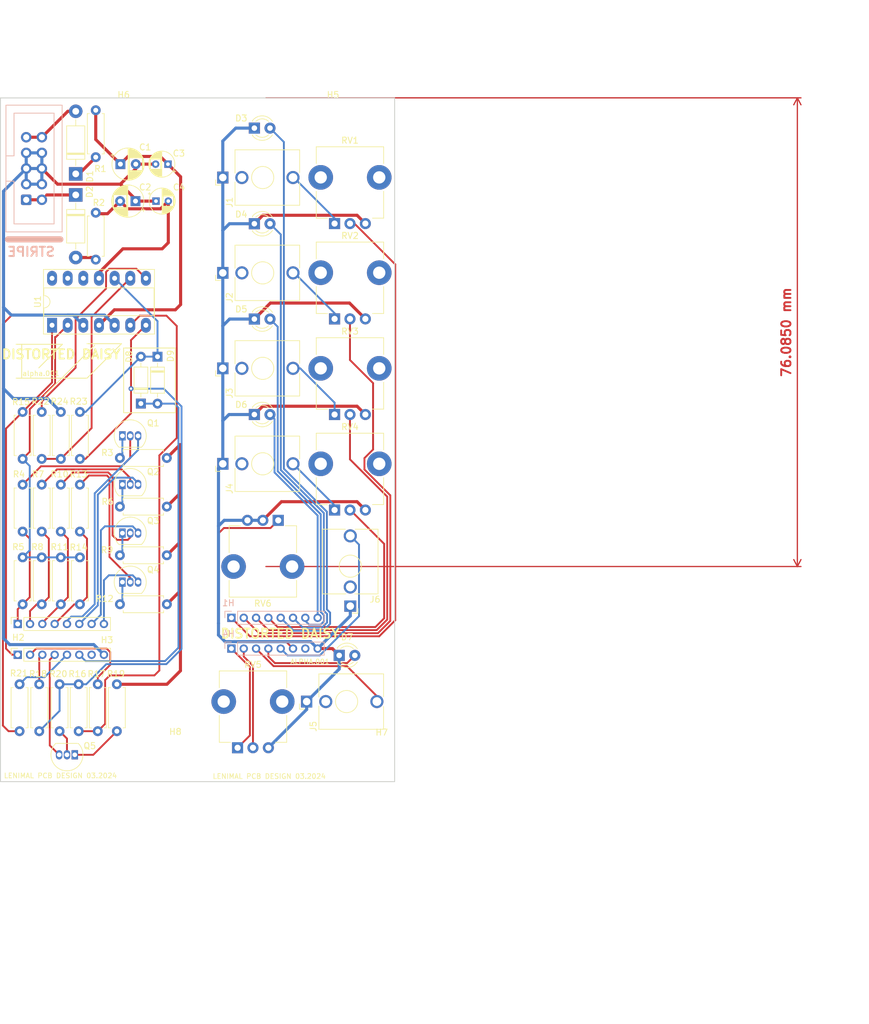
<source format=kicad_pcb>
(kicad_pcb (version 20221018) (generator pcbnew)
  (layers (0 "F.Cu" signal) (31 "B.Cu" signal) (34 "B.Paste" user) (35 "F.Paste" user) (36 "B.SilkS" user "B.Silkscreen") (37 "F.SilkS" user "F.Silkscreen") (38 "B.Mask" user) (39 "F.Mask" user) (44 "Edge.Cuts" user))
  (net 0 "")
  (net 1 "+12V")
  (net 2 "GNDREF")
  (net 3 "-12V")
  (net 4 "Net-(D3-A)")
  (net 5 "Net-(D4-A)")
  (net 6 "Net-(D5-A)")
  (net 7 "Net-(D6-A)")
  (net 8 "Net-(D7-A)")
  (net 9 "Net-(J1-PadT)")
  (net 11 "Net-(J2-PadT)")
  (net 12 "Net-(J3-PadT)")
  (net 13 "Net-(J4-PadT)")
  (net 16 "Net-(Q1-C)")
  (net 17 "Net-(Q1-B)")
  (net 18 "Net-(Q2-C)")
  (net 19 "Net-(Q2-B)")
  (net 20 "Net-(Q3-C)")
  (net 21 "Net-(Q3-B)")
  (net 22 "Net-(Q4-C)")
  (net 23 "Net-(Q4-B)")
  (net 24 "Net-(Q5-C)")
  (net 25 "Net-(Q5-B)")
  (net 26 "Net-(U1A--)")
  (net 27 "Net-(U1B--)")
  (net 29 "Net-(R16-Pad2)")
  (net 31 "Net-(H1-Pad1)")
  (net 32 "Net-(H1-Pad2)")
  (net 33 "Net-(H1-Pad3)")
  (net 34 "Net-(H1-Pad4)")
  (net 35 "Net-(H2-Pad1)")
  (net 36 "Net-(H2-Pad2)")
  (net 37 "Net-(H2-Pad3)")
  (net 38 "Net-(H2-Pad4)")
  (net 39 "Net-(Q1-E)")
  (net 40 "Net-(Q2-E)")
  (net 41 "Net-(Q3-E)")
  (net 42 "Net-(Q4-E)")
  (net 43 "Net-(H3-Pad1)")
  (net 44 "Net-(H3-Pad2)")
  (net 45 "Net-(H3-Pad3)")
  (net 46 "Net-(Q5-E)")
  (net 47 "Net-(D8-K)")
  (net 49 "Net-(H4-Pad1)")
  (net 50 "Net-(H4-Pad2)")
  (net 51 "Net-(H4-Pad3)")
  (net 53 "Net-(D8-A)")
  (net 54 "Net-(D1-K)")
  (net 55 "Net-(D1-A)")
  (net 56 "Net-(D2-K)")
  (net 57 "Net-(D2-A)")
  (net 59 "Net-(R21-Pad1)")
  (net 60 "Net-(U1C--)")
  (net 64 "Net-(H3-Pad5)")
  (net 65 "Net-(H4-Pad5)")
  (net 66 "Net-(H4-Pad6)")
  (footprint "Package_TO_SOT_THT:TO-92_Inline" (layer "F.Cu") (at 69.8 108.6)
    (fp_text reference "Q4")
    (fp_text value "BC547")
  )
  (footprint "MountingHole:MountingHole_3.5mm" (layer "F.Cu") (at 75.5 137)
    (fp_text reference "H8")
    (fp_text value "MountingHole" hide)
  )
  (footprint "synth-custom:R_Axial_DIN0207_L6.3mm_D2.5mm_P7.62mm_Horizontal" (layer "F.Cu") (at 77.02 112.2 180)
    (fp_text reference "R12")
    (fp_text value "1K")
  )
  (footprint "Potentiometer_THT:Potentiometer_TT_P0915N" (layer "F.Cu") (at 104.25 81.4)
    (fp_text reference "RV3")
    (fp_text value "B100K")
  )
  (footprint "Potentiometer_THT:Potentiometer_TT_P0915N" (layer "F.Cu") (at 104.25 96.9)
    (fp_text reference "RV4")
    (fp_text value "B100K")
  )
  (footprint "synth-custom:R_Axial_DIN0207_L6.3mm_D2.5mm_P7.62mm_Horizontal" (layer "F.Cu") (at 65.472599 56.25 90)
    (fp_text reference "R2")
    (fp_text value "10")
  )
  (footprint "synth-custom:R_Axial_DIN0207_L6.3mm_D2.5mm_P7.62mm_Horizontal" (layer "F.Cu") (at 53.6 88.6 90)
    (fp_text reference "R15")
    (fp_text value "100K")
  )
  (footprint "MountingHole:MountingHole_2.5mm" (layer "F.Cu") (at 70 33)
    (fp_text reference "H6")
    (fp_text value "MountingHole" hide)
  )
  (footprint "synth-custom:Jack_3.5mm_QingPu_WQP-PJ398SM_Vertical_CircularHoles" (layer "F.Cu") (at 86.1 73.9 90)
    (fp_text reference "J3")
    (fp_text value "INPUT_3")
  )
  (footprint "synth-custom:R_Axial_DIN0207_L6.3mm_D2.5mm_P7.62mm_Horizontal" (layer "F.Cu") (at 62.7 132.81 90)
    (fp_text reference "R16")
    (fp_text value "100K")
  )
  (footprint "LED_THT:LED_D3.0mm" (layer "F.Cu") (at 105 120.5)
    (fp_text reference "D7")
    (fp_text value "LED_OUT")
  )
  (footprint "Potentiometer_THT:Potentiometer_TT_P0915N" (layer "F.Cu") (at 95.1 98.575 180)
    (fp_text reference "RV6")
    (fp_text value "B20K")
  )
  (footprint "synth-custom:R_Axial_DIN0207_L6.3mm_D2.5mm_P7.62mm_Horizontal" (layer "F.Cu") (at 59.8 80.98 -90)
    (fp_text reference "R23")
    (fp_text value "27K")
  )
  (footprint "synth-custom:Jack_3.5mm_QingPu_WQP-PJ398SM_Vertical_CircularHoles" (layer "F.Cu") (at 86.1 58.4 90)
    (fp_text reference "J2")
    (fp_text value "INPUT_2")
  )
  (footprint "synth-custom:Jack_3.5mm_QingPu_WQP-PJ398SM_Vertical_CircularHoles" (layer "F.Cu") (at 86.1 89.4 90)
    (fp_text reference "J4")
    (fp_text value "INPUT_4")
  )
  (footprint "synth-custom:Jack_3.5mm_QingPu_WQP-PJ398SM_Vertical_CircularHoles" (layer "F.Cu") (at 106.8 112.5 180)
    (fp_text reference "J6")
    (fp_text value "OUTPUT")
  )
  (footprint "MountingHole:MountingHole_3.5mm" (layer "F.Cu") (at 109.5 137)
    (fp_text reference "H7")
    (fp_text value "MountingHole")
  )
  (footprint "Diode_THT:D_DO-41_SOD81_P10.16mm_Horizontal" (layer "F.Cu") (at 62.222599 42.33 90)
    (fp_text reference "D1")
    (fp_text value "1N5819")
  )
  (footprint "synth-custom:R_Axial_DIN0207_L6.3mm_D2.5mm_P7.62mm_Horizontal" (layer "F.Cu") (at 62.9 88.6 90)
    (fp_text reference "R24")
    (fp_text value "100K")
  )
  (footprint "synth-custom:R_Axial_DIN0207_L6.3mm_D2.5mm_P7.62mm_Horizontal" (layer "F.Cu") (at 56.3 132.81 90)
    (fp_text reference "R18")
    (fp_text value "1K")
  )
  (footprint "Capacitor_THT:CP_Radial_D5.0mm_P2.50mm" (layer "F.Cu") (at 71.927712 46.75 180)
    (fp_text reference "C2")
    (fp_text value "47uF")
  )
  (footprint "Package_TO_SOT_THT:TO-92_Inline" (layer "F.Cu") (at 69.8 100.65)
    (fp_text reference "Q3")
    (fp_text value "BC547")
  )
  (footprint "LED_THT:LED_D3.0mm" (layer "F.Cu") (at 91.225 81.4)
    (fp_text reference "D6")
    (fp_text value "LED_IN_4")
  )
  (footprint "synth-custom:R_Axial_DIN0207_L6.3mm_D2.5mm_P7.62mm_Horizontal" (layer "F.Cu") (at 53.6 100.4 90)
    (fp_text reference "R4")
    (fp_text value "100K")
  )
  (footprint "Diode_THT:D_DO-41_SOD81_P10.16mm_Horizontal" (layer "F.Cu") (at 62.222599 45.75 -90)
    (fp_text reference "D2")
    (fp_text value "1N5819")
  )
  (footprint "synth-custom:R_Axial_DIN0207_L6.3mm_D2.5mm_P7.62mm_Horizontal" (layer "F.Cu") (at 62.9 112.21 90)
    (fp_text reference "R14")
    (fp_text value "100K")
  )
  (footprint "synth-custom:R_Axial_DIN0207_L6.3mm_D2.5mm_P7.62mm_Horizontal" (layer "F.Cu") (at 77.01 96.35 180)
    (fp_text reference "R6")
    (fp_text value "1K")
  )
  (footprint "synth-custom:R_Axial_DIN0207_L6.3mm_D2.5mm_P7.62mm_Horizontal" (layer "F.Cu") (at 59.8 100.4 90)
    (fp_text reference "R10")
    (fp_text value "100K")
  )
  (footprint "synth-custom:R_Axial_DIN0207_L6.3mm_D2.5mm_P7.62mm_Horizontal" (layer "F.Cu") (at 59.8 112.21 90)
    (fp_text reference "R11")
    (fp_text value "100K")
  )
  (footprint "synth-custom:R_Axial_DIN0207_L6.3mm_D2.5mm_P7.62mm_Horizontal" (layer "F.Cu") (at 77.01 104.25 180)
    (fp_text reference "R9")
    (fp_text value "1K")
  )
  (footprint "Capacitor_THT:CP_Radial_D4.0mm_P2.00mm" (layer "F.Cu") (at 77.195199 40.75 180)
    (fp_text reference "C3")
    (fp_text value "0.1uF")
  )
  (footprint "synth-custom:R_Axial_DIN0207_L6.3mm_D2.5mm_P7.62mm_Horizontal" (layer "F.Cu") (at 56.7 100.4 90)
    (fp_text reference "R7")
    (fp_text value "100K")
  )
  (footprint "synth-custom:R_Axial_DIN0207_L6.3mm_D2.5mm_P7.62mm_Horizontal" (layer "F.Cu") (at 62.9 100.4 90)
    (fp_text reference "R13")
    (fp_text value "100K")
  )
  (footprint "Potentiometer_THT:Potentiometer_TT_P0915N" (layer "F.Cu") (at 104.25 65.875)
    (fp_text reference "RV2")
    (fp_text value "B100K")
  )
  (footprint "Package_TO_SOT_THT:TO-92_Inline" (layer "F.Cu") (at 69.8 92.75)
    (fp_text reference "Q2")
    (fp_text value "BC547")
  )
  (footprint "Package_TO_SOT_THT:TO-92_Inline" (layer "F.Cu") (at 62.07 136.64 180)
    (fp_text reference "Q5")
    (fp_text value "BC547")
  )
  (footprint "synth-custom:Jack_3.5mm_QingPu_WQP-PJ398SM_Vertical_CircularHoles" (layer "F.Cu") (at 86.1 42.925 90)
    (fp_text reference "J1")
    (fp_text value "INPUT_1")
  )
  (footprint "synth-custom:R_Axial_DIN0207_L6.3mm_D2.5mm_P7.62mm_Horizontal" (layer "F.Cu") (at 56.7 112.21 90)
    (fp_text reference "R8")
    (fp_text value "100K")
  )
  (footprint "synth-custom:R_Axial_DIN0207_L6.3mm_D2.5mm_P7.62mm_Horizontal" (layer "F.Cu") (at 53.1 132.81 90)
    (fp_text reference "R21")
    (fp_text value "1K")
  )
  (footprint "synth-custom:R_Axial_DIN0207_L6.3mm_D2.5mm_P7.62mm_Horizontal" (layer "F.Cu") (at 56.7 88.6 90)
    (fp_text reference "R22")
    (fp_text value "100K")
  )
  (footprint "synth-custom:Jack_3.5mm_QingPu_WQP-PJ398SM_Vertical_CircularHoles" (layer "F.Cu") (at 99.72 128 90)
    (fp_text reference "J5")
    (fp_text value "OUTPUT")
  )
  (footprint "synth-custom:R_Axial_DIN0207_L6.3mm_D2.5mm_P7.62mm_Horizontal" (layer "F.Cu") (at 68.9 125.19 -90)
    (fp_text reference "R19")
    (fp_text value "1K")
  )
  (footprint "Potentiometer_THT:Potentiometer_TT_P0915N" (layer "F.Cu") (at 88.5 135.5)
    (fp_text reference "RV5")
    (fp_text value "B100K")
  )
  (footprint "synth-custom:R_Axial_DIN0207_L6.3mm_D2.5mm_P7.62mm_Horizontal" (layer "F.Cu") (at 59.6 125.19 -90)
    (fp_text reference "R20")
    (fp_text value "100K")
  )
  (footprint "synth-custom:R_Axial_DIN0207_L6.3mm_D2.5mm_P7.62mm_Horizontal" (layer "F.Cu") (at 77.01 88.45 180)
    (fp_text reference "R3")
    (fp_text value "1K")
  )
  (footprint "synth-custom:PinSocket_1x08_P2.00mm_Vertical" (layer "F.Cu") (at 52.8 115.4 90)
    (fp_text reference "H2")
    (fp_text value "~")
  )
  (footprint "Package_TO_SOT_THT:TO-92_Inline" (layer "F.Cu") (at 69.8 84.86)
    (fp_text reference "Q1")
    (fp_text value "BC547")
  )
  (footprint "LED_THT:LED_D3.0mm" (layer "F.Cu") (at 91.225 65.9)
    (fp_text reference "D5")
    (fp_text value "LED_IN_3")
  )
  (footprint "Capacitor_THT:CP_Radial_D5.0mm_P2.50mm" (layer "F.Cu") (at 69.472599 40.75)
    (fp_text reference "C1")
    (fp_text value "47uF")
  )
  (footprint "Diode_THT:D_DO-35_SOD27_P7.62mm_Horizontal" (layer "F.Cu") (at 72.8 79.62 90)
    (fp_text reference "D8")
    (fp_text value "1N4148")
  )
  (footprint "LED_THT:LED_D3.0mm" (layer "F.Cu") (at 91.225 50.425)
    (fp_text reference "D4")
    (fp_text value "LED_IN_2")
  )
  (footprint "synth-custom:R_Axial_DIN0207_L6.3mm_D2.5mm_P7.62mm_Horizontal" (layer "F.Cu") (at 53.6 112.21 90)
    (fp_text reference "R5")
    (fp_text value "100K")
  )
  (footprint "Potentiometer_THT:Potentiometer_TT_P0915N" (layer "F.Cu") (at 104.25 50.4)
    (fp_text reference "RV1")
    (fp_text value "B100K")
  )
  (footprint "Capacitor_THT:CP_Radial_D4.0mm_P2.00mm" (layer "F.Cu") (at 75.25 46.75)
    (fp_text reference "C4")
    (fp_text value "0.1uF")
  )
  (footprint "Diode_THT:D_DO-35_SOD27_P7.62mm_Horizontal" (layer "F.Cu") (at 75.5 72.01 -90)
    (fp_text reference "D9")
    (fp_text value "1N4148")
  )
  (footprint "LED_THT:LED_D3.0mm" (layer "F.Cu") (at 91.225 34.9)
    (fp_text reference "D3")
    (fp_text value "LED_IN_1")
  )
  (footprint "synth-custom:R_Axial_DIN0207_L6.3mm_D2.5mm_P7.62mm_Horizontal" (layer "F.Cu") (at 65.472599 39.62 90)
    (fp_text reference "R1")
    (fp_text value "10")
  )
  (footprint "MountingHole:MountingHole_2.5mm" (layer "F.Cu") (at 104 33)
    (fp_text reference "H5")
    (fp_text value "MountingHole" hide)
  )
  (footprint "synth-custom:R_Axial_DIN0207_L6.3mm_D2.5mm_P7.62mm_Horizontal" (layer "F.Cu") (at 65.8 125.19 -90)
    (fp_text reference "R17")
    (fp_text value "100K")
  )
  (footprint "synth-custom:PinSocket_1x08_P2.00mm_Vertical" (layer "F.Cu") (at 52.8 120.4 90)
    (fp_text reference "H3")
    (fp_text value "~")
  )
  (footprint "Package_DIP:DIP-14_W7.62mm_Socket_LongPads" (layer "F.Cu") (at 58.375 66.9 90)
    (fp_text reference "U1")
    (fp_text value "TL074")
  )
  (footprint "synth-custom:PinHeader_1x08_P2.00mm_Vertical" (layer "B.Cu") (at 87.5 114.4 -90)
    (fp_text reference "H1")
    (fp_text value "~")
  )
  (footprint "synth-custom:PinHeader_1x08_P2.00mm_Vertical" (layer "B.Cu") (at 87.5 119.4 -90)
    (fp_text reference "H4")
    (fp_text value "~")
  )
  (footprint "synth-custom:CONN_02x05_PWR" (layer "B.Cu") (at 56.222599 41.46 180)
    (fp_text reference "H9" hide)
    (fp_text value "Conn_02x05_PWR_Eurorack" hide)
  )
  (gr_line (start 65.3 70.15) (end 57.2 78.25) (stroke (width 0.15)) (layer "F.SilkS"))
  (gr_line (start 52.55 75.5) (end 64.05 75.5) (stroke (width 0.15)) (layer "F.SilkS"))
  (gr_line (start 64.05 75.5) (end 69.65 69.9) (stroke (width 0.15)) (layer "F.SilkS"))
  (gr_line (start 69.65 69.9) (end 64.05 69.9) (stroke (width 0.15)) (layer "F.SilkS"))
  (gr_line (start 53.45 70) (end 53.45 75.5) (stroke (width 0.15)) (layer "F.SilkS"))
  (gr_line (start 60.05 70) (end 52.55 70) (stroke (width 0.15)) (layer "F.SilkS"))
  (gr_line (start 56.22765 73.82235) (end 60.05 70) (stroke (width 0.15)) (layer "F.SilkS"))
  (gr_rect (start 70 70.6) (end 78.4 81.1) (stroke (width 0.15)) (fill none) (layer "F.SilkS"))
  (gr_rect (start 50 30) (end 114 141) (stroke (width 0.15)) (fill none) (layer "Edge.Cuts"))
  (gr_text "DISTORTED DAISY" (at 85.6 117.85) (layer "F.SilkS") (effects (font (size 1.5 1.5) (thickness 0.3) bold) (justify left bottom)))
  (gr_text "alpha.001\n" (at 53.5 75.2) (layer "F.SilkS") (effects (font (size 0.8 0.8) (thickness 0.125)) (justify left bottom)))
  (gr_text "DISTORTED DAISY" (at 50.05 72.5) (layer "F.SilkS") (effects (font (size 1.5 1.5) (thickness 0.3) bold) (justify left bottom)))
  (gr_text "LENIMAL PCB DESIGN 03.2024" (at 84.4 140.6) (layer "F.SilkS") (effects (font (size 0.8 0.8) (thickness 0.125)) (justify left bottom)))
  (gr_text "ALPHA.001" (at 97 122) (layer "F.SilkS") (effects (font (size 0.8 0.8) (thickness 0.125)) (justify left bottom)))
  (gr_text "LENIMAL PCB DESIGN 03.2024" (at 50.5 140.5) (layer "F.SilkS") (effects (font (size 0.8 0.8) (thickness 0.125)) (justify left bottom)))
  (dimension (type aligned) (layer "F.Cu") (pts (xy 92.6 106.075) (xy 92.6 29.99)) (height 86.79) (gr_text "76.0850 mm" (at 177.59 68.0325 90) (layer "F.Cu") (effects (font (size 1.5 1.5) (thickness 0.3)))) (format (prefix "") (suffix "") (units 3) (units_format 1) (precision 4)) (style (thickness 0.2) (arrow_length 1.27) (text_position_mode 0) (extension_height 0.58642) (extension_offset 0.5) keep_text_aligned))
  (segment (start 77.01 88.45) (end 79.16 86.3) (width 0.5) (layer "F.Cu") (net 1))
  (segment (start 77.01 96.35) (end 79.2226 94.1374) (width 0.5) (layer "F.Cu") (net 1))
  (segment (start 79.2226 109.9974) (end 79.2226 109.9) (width 0.5) (layer "F.Cu") (net 1))
  (segment (start 79.2226 94) (end 79.2226 102) (width 0.5) (layer "F.Cu") (net 1))
  (segment (start 79.25 63.55) (end 78.4 64.4) (width 0.5) (layer "F.Cu") (net 1))
  (segment (start 69.472599 40.75) (end 70.722599 39.5) (width 0.5) (layer "F.Cu") (net 1))
  (segment (start 79.2226 94.1374) (end 79.2226 94) (width 0.5) (layer "F.Cu") (net 1))
  (segment (start 79.25 42.804801) (end 79.25 63.55) (width 0.5) (layer "F.Cu") (net 1))
  (segment (start 79.16 86.3) (end 79.2226 86.3) (width 0.5) (layer "F.Cu") (net 1))
  (segment (start 78.4 64.4) (end 68.495 64.4) (width 0.5) (layer "F.Cu") (net 1))
  (segment (start 77.195199 40.75) (end 79.25 42.804801) (width 0.5) (layer "F.Cu") (net 1))
  (segment (start 68.495 64.4) (end 65.995 66.9) (width 0.5) (layer "F.Cu") (net 1))
  (segment (start 77.02 112.2) (end 79.2226 109.9974) (width 0.5) (layer "F.Cu") (net 1))
  (segment (start 79.2226 102.0374) (end 79.2226 102) (width 0.5) (layer "F.Cu") (net 1))
  (segment (start 77.0326 125.19) (end 79.2226 123) (width 0.5) (layer "F.Cu") (net 1))
  (segment (start 77.01 104.25) (end 79.2226 102.0374) (width 0.5) (layer "F.Cu") (net 1))
  (segment (start 65.472599 36.75) (end 69.472599 40.75) (width 0.5) (layer "F.Cu") (net 1))
  (segment (start 79.2226 86.3) (end 79.2226 94) (width 0.5) (layer "F.Cu") (net 1))
  (segment (start 79.2226 102) (end 79.2226 109.9) (width 0.5) (layer "F.Cu") (net 1))
  (segment (start 68.9 125.19) (end 77.0326 125.19) (width 0.5) (layer "F.Cu") (net 1))
  (segment (start 75.945199 39.5) (end 77.195199 40.75) (width 0.5) (layer "F.Cu") (net 1))
  (segment (start 79.2226 109.9) (end 79.2226 123) (width 0.5) (layer "F.Cu") (net 1))
  (segment (start 70.722599 39.5) (end 75.945199 39.5) (width 0.5) (layer "F.Cu") (net 1))
  (segment (start 65.472599 32) (end 65.472599 36.75) (width 0.5) (layer "F.Cu") (net 1))
  (segment (start 109.25 81.4) (end 107.9 80.05) (width 0.5) (layer "F.Cu") (net 2))
  (segment (start 75.25 46.75) (end 71.927712 46.75) (width 0.5) (layer "F.Cu") (net 2))
  (segment (start 71.927712 46.455113) (end 69.472599 44) (width 0.5) (layer "F.Cu") (net 2))
  (segment (start 106.675 63.3) (end 93.825 63.3) (width 0.5) (layer "F.Cu") (net 2))
  (segment (start 95.625 95.55) (end 92.6 98.575) (width 0.5) (layer "F.Cu") (net 2))
  (segment (start 101.5 119.4) (end 103.9 119.4) (width 0.5) (layer "F.Cu") (net 2))
  (segment (start 107.9 80.05) (end 92.575 80.05) (width 0.5) (layer "F.Cu") (net 2))
  (segment (start 69.472599 44) (end 59.262599 44) (width 0.5) (layer "F.Cu") (net 2))
  (segment (start 59.262599 44) (end 56.722599 41.46) (width 0.5) (layer "F.Cu") (net 2))
  (segment (start 71.972599 41.5) (end 71.972599 40.75) (width 0.5) (layer "F.Cu") (net 2))
  (segment (start 103.9 119.4) (end 105 120.5) (width 0.5) (layer "F.Cu") (net 2))
  (segment (start 69.472599 44) (end 71.972599 41.5) (width 0.5) (layer "F.Cu") (net 2))
  (segment (start 107.9 49.05) (end 92.6 49.05) (width 0.5) (layer "F.Cu") (net 2))
  (segment (start 109.25 50.4) (end 107.9 49.05) (width 0.5) (layer "F.Cu") (net 2))
  (segment (start 109.25 65.875) (end 106.675 63.3) (width 0.5) (layer "F.Cu") (net 2))
  (segment (start 71.927712 46.75) (end 71.927712 46.455113) (width 0.5) (layer "F.Cu") (net 2))
  (segment (start 107.9 95.55) (end 95.625 95.55) (width 0.5) (layer "F.Cu") (net 2))
  (segment (start 109.25 96.9) (end 107.9 95.55) (width 0.5) (layer "F.Cu") (net 2))
  (segment (start 92.575 80.05) (end 91.225 81.4) (width 0.5) (layer "F.Cu") (net 2))
  (segment (start 71.972599 40.75) (end 75.195199 40.75) (width 0.5) (layer "F.Cu") (net 2))
  (segment (start 92.6 49.05) (end 91.225 50.425) (width 0.5) (layer "F.Cu") (net 2))
  (segment (start 93.825 63.3) (end 91.225 65.9) (width 0.5) (layer "F.Cu") (net 2))
  (segment (start 85.4 117.2) (end 86.475 118.275) (width 0.5) (layer "B.Cu") (net 2))
  (segment (start 86.1 42.925) (end 86.1 51.5) (width 0.5) (layer "B.Cu") (net 2))
  (segment (start 91.225 65.9) (end 87.2 65.9) (width 0.5) (layer "B.Cu") (net 2))
  (segment (start 85.4 90.1) (end 85.4 99.5) (width 0.5) (layer "B.Cu") (net 2))
  (segment (start 61.805 65.25) (end 60.9 65.25) (width 0.5) (layer "B.Cu") (net 2))
  (segment (start 68.535 66.9) (end 66.885 65.25) (width 0.5) (layer "B.Cu") (net 2))
  (segment (start 91.225 81.4) (end 87.1 81.4) (width 0.5) (layer "B.Cu") (net 2))
  (segment (start 99.72 129.28) (end 93.5 135.5) (width 0.5) (layer "B.Cu") (net 2))
  (segment (start 51.75 65.25) (end 50.5 64) (width 0.5) (layer "B.Cu") (net 2))
  (segment (start 86.1 58.4) (end 86.1 67) (width 0.5) (layer "B.Cu") (net 2))
  (segment (start 85.4 115.3) (end 85.4 117.2) (width 0.5) (layer "B.Cu") (net 2))
  (segment (start 54.182599 41.46) (end 54.182599 44) (width 0.5) (layer "B.Cu") (net 2))
  (segment (start 88.2 34.9) (end 91.225 34.9) (width 0.5) (layer "B.Cu") (net 2))
  (segment (start 86.475 118.275) (end 100.375 118.275) (width 0.5) (layer "B.Cu") (net 2))
  (segment (start 86.1 73.9) (end 86.1 82.4) (width 0.5) (layer "B.Cu") (net 2))
  (segment (start 51.5 118.75) (end 65.15 118.75) (width 0.5) (layer "B.Cu") (net 2))
  (segment (start 91.225 50.425) (end 87.175 50.425) (width 0.5) (layer "B.Cu") (net 2))
  (segment (start 54.182599 38.92) (end 56.722599 38.92) (width 0.5) (layer "B.Cu") (net 2))
  (segment (start 54.182599 41.46) (end 56.722599 41.46) (width 0.5) (layer "B.Cu") (net 2))
  (segment (start 86.1 89.4) (end 85.4 90.1) (width 0.5) (layer "B.Cu") (net 2))
  (segment (start 85.4 99.5) (end 85.4 115.3) (width 0.5) (layer "B.Cu") (net 2))
  (segment (start 66.885 65.25) (end 60.9 65.25) (width 0.5) (layer "B.Cu") (net 2))
  (segment (start 86.1 51.5) (end 86.1 58.4) (width 0.5) (layer "B.Cu") (net 2))
  (segment (start 52.1 78.8) (end 50.5 77.2) (width 0.5) (layer "B.Cu") (net 2))
  (segment (start 56.722599 41.46) (end 56.722599 44) (width 0.5) (layer "B.Cu") (net 2))
  (segment (start 87.2 65.9) (end 86.1 67) (width 0.5) (layer "B.Cu") (net 2))
  (segment (start 105 120.5) (end 105 122.72) (width 0.5) (layer "B.Cu") (net 2))
  (segment (start 86.1 82.4) (end 86.1 89.4) (width 0.5) (layer "B.Cu") (net 2))
  (segment (start 56.722599 38.92) (end 56.722599 41.46) (width 0.5) (layer "B.Cu") (net 2))
  (segment (start 54.182599 41.46) (end 54.182599 38.92) (width 0.5) (layer "B.Cu") (net 2))
  (segment (start 87.1 81.4) (end 86.1 82.4) (width 0.5) (layer "B.Cu") (net 2))
  (segment (start 86.1 37) (end 88.2 34.9) (width 0.5) (layer "B.Cu") (net 2))
  (segment (start 63.455 66.9) (end 61.805 65.25) (width 0.5) (layer "B.Cu") (net 2))
  (segment (start 100.375 118.275) (end 101.5 119.4) (width 0.5) (layer "B.Cu") (net 2))
  (segment (start 50.5 117.75) (end 51.5 118.75) (width 0.5) (layer "B.Cu") (net 2))
  (segment (start 57.62 78.8) (end 52.1 78.8) (width 0.5) (layer "B.Cu") (net 2))
  (segment (start 106.8 112.5) (end 106.8 114.1) (width 0.5) (layer "B.Cu") (net 2))
  (segment (start 92.6 98.575) (end 90.1 98.575) (width 0.5) (layer "B.Cu") (net 2))
  (segment (start 106.8 114.1) (end 101.5 119.4) (width 0.5) (layer "B.Cu") (net 2))
  (segment (start 86.325 98.575) (end 85.4 99.5) (width 0.5) (layer "B.Cu") (net 2))
  (segment (start 65.15 118.75) (end 66.8 120.4) (width 0.5) (layer "B.Cu") (net 2))
  (segment (start 56.722599 44) (end 54.182599 44) (width 0.5) (layer "B.Cu") (net 2))
  (segment (start 60.9 65.25) (end 51.75 65.25) (width 0.5) (layer "B.Cu") (net 2))
  (segment (start 86.1 67) (end 86.1 73.9) (width 0.5) (layer "B.Cu") (net 2))
  (segment (start 87.175 50.425) (end 86.1 51.5) (width 0.5) (layer "B.Cu") (net 2))
  (segment (start 50.5 64) (end 50.5 45.142599) (width 0.5) (layer "B.Cu") (net 2))
  (segment (start 50.5 45.142599) (end 54.182599 41.46) (width 0.5) (layer "B.Cu") (net 2))
  (segment (start 99.72 128) (end 99.72 129.28) (width 0.5) (layer "B.Cu") (net 2))
  (segment (start 50.5 64) (end 50.5 77.2) (width 0.5) (layer "B.Cu") (net 2))
  (segment (start 105 122.72) (end 99.72 128) (width 0.5) (layer "B.Cu") (net 2))
  (segment (start 86.1 42.925) (end 86.1 37) (width 0.5) (layer "B.Cu") (net 2))
  (segment (start 59.8 80.98) (end 57.62 78.8) (width 0.5) (layer "B.Cu") (net 2))
  (segment (start 50.5 77.2) (end 50.5 117.75) (width 0.5) (layer "B.Cu") (net 2))
  (segment (start 90.1 98.575) (end 86.325 98.575) (width 0.5) (layer "B.Cu") (net 2))
  (segment (start 69.875 54.5) (end 76.25 54.5) (width 0.5) (layer "F.Cu") (net 3))
  (segment (start 65.472599 48.8) (end 67.377712 48.8) (width 0.5) (layer "F.Cu") (net 3))
  (segment (start 65.995 59.28) (end 65.995 58.38) (width 0.5) (layer "F.Cu") (net 3))
  (segment (start 67.377712 48.8) (end 69.427712 46.75) (width 0.5) (layer "F.Cu") (net 3))
  (segment (start 76 48) (end 77.25 46.75) (width 0.5) (layer "F.Cu") (net 3))
  (segment (start 70.677712 48) (end 76 48) (width 0.5) (layer "F.Cu") (net 3))
  (segment (start 65.995 58.38) (end 69.875 54.5) (width 0.5) (layer "F.Cu") (net 3))
  (segment (start 76.25 54.5) (end 77.25 53.5) (width 0.5) (layer "F.Cu") (net 3))
  (segment (start 77.25 53.5) (end 77.25 46.75) (width 0.5) (layer "F.Cu") (net 3))
  (segment (start 69.427712 46.75) (end 70.677712 48) (width 0.5) (layer "F.Cu") (net 3))
  (segment (start 96.015 90.193682) (end 96.015 37.15) (width 0.3) (layer "B.Cu") (net 4))
  (segment (start 103 97.178682) (end 96.015 90.193682) (width 0.3) (layer "B.Cu") (net 4))
  (segment (start 103.525 115.382106) (end 103.525 113.561219) (width 0.3) (layer "B.Cu") (net 4))
  (segment (start 95.5 114.4) (end 97.6 116.5) (width 0.3) (layer "B.Cu") (net 4))
  (segment (start 102.407106 116.5) (end 103.525 115.382106) (width 0.3) (layer "B.Cu") (net 4))
  (segment (start 96.015 37.15) (end 93.765 34.9) (width 0.3) (layer "B.Cu") (net 4))
  (segment (start 103 113.036219) (end 103 97.178682) (width 0.3) (layer "B.Cu") (net 4))
  (segment (start 97.6 116.5) (end 102.407106 116.5) (width 0.3) (layer "B.Cu") (net 4))
  (segment (start 103.525 113.561219) (end 103 113.036219) (width 0.3) (layer "B.Cu") (net 4))
  (segment (start 95.515 52.175) (end 93.765 50.425) (width 0.3) (layer "B.Cu") (net 5))
  (segment (start 97.5 114.4) (end 99.1 116) (width 0.3) (layer "B.Cu") (net 5))
  (segment (start 95.515 90.400789) (end 95.515 52.175) (width 0.3) (layer "B.Cu") (net 5))
  (segment (start 99.1 116) (end 102.2 116) (width 0.3) (layer "B.Cu") (net 5))
  (segment (start 103.025 113.768325) (end 102.5 113.243325) (width 0.3) (layer "B.Cu") (net 5))
  (segment (start 103.025 115.175) (end 103.025 113.768325) (width 0.3) (layer "B.Cu") (net 5))
  (segment (start 102.2 116) (end 103.025 115.175) (width 0.3) (layer "B.Cu") (net 5))
  (segment (start 102.5 113.243325) (end 102.5 97.385788) (width 0.3) (layer "B.Cu") (net 5))
  (segment (start 102.5 97.385788) (end 95.515 90.400789) (width 0.3) (layer "B.Cu") (net 5))
  (segment (start 100.1 115.5) (end 101.992894 115.5) (width 0.3) (layer "B.Cu") (net 6))
  (segment (start 101.992894 115.5) (end 102.525 114.967894) (width 0.3) (layer "B.Cu") (net 6))
  (segment (start 102 97.592894) (end 95.015 90.607895) (width 0.3) (layer "B.Cu") (net 6))
  (segment (start 99.5 114.9) (end 100.1 115.5) (width 0.3) (layer "B.Cu") (net 6))
  (segment (start 99.5 114.4) (end 99.5 114.9) (width 0.3) (layer "B.Cu") (net 6))
  (segment (start 102.525 113.975431) (end 102 113.450431) (width 0.3) (layer "B.Cu") (net 6))
  (segment (start 95.015 90.607895) (end 95.015 67.15) (width 0.3) (layer "B.Cu") (net 6))
  (segment (start 102 113.450431) (end 102 97.592894) (width 0.3) (layer "B.Cu") (net 6))
  (segment (start 102.525 114.967894) (end 102.525 113.975431) (width 0.3) (layer "B.Cu") (net 6))
  (segment (start 95.015 67.15) (end 93.765 65.9) (width 0.3) (layer "B.Cu") (net 6))
  (segment (start 94.5 90.8) (end 94.5 82.135) (width 0.3) (layer "B.Cu") (net 7))
  (segment (start 94.5 82.135) (end 93.765 81.4) (width 0.3) (layer "B.Cu") (net 7))
  (segment (start 101.5 114.4) (end 101.5 97.8) (width 0.3) (layer "B.Cu") (net 7))
  (segment (start 101.5 97.8) (end 94.5 90.8) (width 0.3) (layer "B.Cu") (net 7))
  (segment (start 93.5 120.692894) (end 94.557106 121.75) (width 0.3) (layer "F.Cu") (net 8))
  (segment (start 94.557106 121.75) (end 106.29 121.75) (width 0.3) (layer "F.Cu") (net 8))
  (segment (start 106.29 121.75) (end 107.54 120.5) (width 0.3) (layer "F.Cu") (net 8))
  (segment (start 93.5 119.4) (end 93.5 120.692894) (width 0.3) (layer "F.Cu") (net 8))
  (segment (start 97.5 42.925) (end 97.625 42.925) (width 0.3) (layer "B.Cu") (net 9))
  (segment (start 97.625 42.925) (end 104.25 49.55) (width 0.3) (layer "B.Cu") (net 9))
  (segment (start 104.25 49.55) (end 104.25 50.4) (width 0.3) (layer "B.Cu") (net 9))
  (segment (start 97.7 58.4) (end 104.25 64.95) (width 0.3) (layer "B.Cu") (net 11))
  (segment (start 97.5 58.4) (end 97.7 58.4) (width 0.3) (layer "B.Cu") (net 11))
  (segment (start 104.25 64.95) (end 104.25 65.875) (width 0.3) (layer "B.Cu") (net 11))
  (segment (start 98.676598 73.9) (end 104.25 79.473402) (width 0.3) (layer "B.Cu") (net 12))
  (segment (start 104.25 79.473402) (end 104.25 81.4) (width 0.3) (layer "B.Cu") (net 12))
  (segment (start 97.5 73.9) (end 98.676598 73.9) (width 0.3) (layer "B.Cu") (net 12))
  (segment (start 97.5 89.4) (end 104.25 96.15) (width 0.3) (layer "B.Cu") (net 13))
  (segment (start 104.25 96.15) (end 104.25 96.9) (width 0.3) (layer "B.Cu") (net 13))
  (segment (start 69.8 88.04) (end 69.39 88.45) (width 0.3) (layer "B.Cu") (net 16))
  (segment (start 69.8 84.86) (end 69.8 88.04) (width 0.3) (layer "B.Cu") (net 16))
  (segment (start 56.58 89.8) (end 69.7 89.8) (width 0.3) (layer "F.Cu") (net 17))
  (segment (start 69.7 89.8) (end 71.07 88.43) (width 0.3) (layer "F.Cu") (net 17))
  (segment (start 53.6 92.78) (end 56.58 89.8) (width 0.3) (layer "F.Cu") (net 17))
  (segment (start 71.07 88.43) (end 71.07 84.86) (width 0.3) (layer "F.Cu") (net 17))
  (segment (start 69.8 95.94) (end 69.39 96.35) (width 0.3) (layer "B.Cu") (net 18))
  (segment (start 69.8 92.75) (end 69.8 95.94) (width 0.3) (layer "B.Cu") (net 18))
  (segment (start 56.7 92.78) (end 59.18 90.3) (width 0.3) (layer "F.Cu") (net 19))
  (segment (start 69.67 90.3) (end 71.07 91.7) (width 0.3) (layer "F.Cu") (net 19))
  (segment (start 59.18 90.3) (end 69.67 90.3) (width 0.3) (layer "F.Cu") (net 19))
  (segment (start 71.07 91.7) (end 71.07 92.75) (width 0.3) (layer "F.Cu") (net 19))
  (segment (start 69.8 103.84) (end 69.39 104.25) (width 0.3) (layer "B.Cu") (net 20))
  (segment (start 69.8 100.65) (end 69.8 103.84) (width 0.3) (layer "B.Cu") (net 20))
  (segment (start 59.8 92.78) (end 61.78 90.8) (width 0.3) (layer "F.Cu") (net 21))
  (segment (start 68.2 101.025) (end 68.925 101.75) (width 0.3) (layer "F.Cu") (net 21))
  (segment (start 70.675 101.75) (end 71.07 101.355) (width 0.3) (layer "F.Cu") (net 21))
  (segment (start 61.78 90.8) (end 67.5 90.8) (width 0.3) (layer "F.Cu") (net 21))
  (segment (start 67.5 90.8) (end 68.2 91.5) (width 0.3) (layer "F.Cu") (net 21))
  (segment (start 68.2 91.5) (end 68.2 101.025) (width 0.3) (layer "F.Cu") (net 21))
  (segment (start 71.07 101.355) (end 71.07 100.65) (width 0.3) (layer "F.Cu") (net 21))
  (segment (start 68.925 101.75) (end 70.675 101.75) (width 0.3) (layer "F.Cu") (net 21))
  (segment (start 69.8 108.6) (end 69.8 111.8) (width 0.3) (layer "B.Cu") (net 22))
  (segment (start 69.8 111.8) (end 69.4 112.2) (width 0.3) (layer "B.Cu") (net 22))
  (segment (start 67.7 91.707106) (end 67.7 104.525) (width 0.3) (layer "F.Cu") (net 23))
  (segment (start 71.07 107.895) (end 71.07 108.6) (width 0.3) (layer "F.Cu") (net 23))
  (segment (start 64.38 91.3) (end 67.292894 91.3) (width 0.3) (layer "F.Cu") (net 23))
  (segment (start 62.9 92.78) (end 64.38 91.3) (width 0.3) (layer "F.Cu") (net 23))
  (segment (start 67.292894 91.3) (end 67.7 91.707106) (width 0.3) (layer "F.Cu") (net 23))
  (segment (start 67.7 104.525) (end 71.07 107.895) (width 0.3) (layer "F.Cu") (net 23))
  (segment (start 68.9 132.81) (end 65.07 136.64) (width 0.3) (layer "F.Cu") (net 24))
  (segment (start 65.07 136.64) (end 62.07 136.64) (width 0.3) (layer "F.Cu") (net 24))
  (segment (start 60.8 136.64) (end 60.8 134.01) (width 0.3) (layer "F.Cu") (net 25))
  (segment (start 60.8 134.01) (end 59.6 132.81) (width 0.3) (layer "F.Cu") (net 25))
  (segment (start 58.875 76.412106) (end 54.75 80.537106) (width 0.3) (layer "F.Cu") (net 26))
  (segment (start 59.015 68.8) (end 58.875 68.8) (width 0.3) (layer "F.Cu") (net 26))
  (segment (start 54.75 80.537106) (end 54.75 87.45) (width 0.3) (layer "F.Cu") (net 26))
  (segment (start 58.875 68.8) (end 58.875 76.412106) (width 0.3) (layer "F.Cu") (net 26))
  (segment (start 60.915 66.9) (end 59.015 68.8) (width 0.3) (layer "F.Cu") (net 26))
  (segment (start 54.75 87.45) (end 53.6 88.6) (width 0.3) (layer "F.Cu") (net 26))
  (segment (start 54.75 103.44) (end 54.75 89.75) (width 0.3) (layer "B.Cu") (net 26))
  (segment (start 54.75 89.75) (end 53.6 88.6) (width 0.3) (layer "B.Cu") (net 26))
  (segment (start 53.6 104.59) (end 56.7 104.59) (width 0.3) (layer "B.Cu") (net 26))
  (segment (start 53.6 104.59) (end 54.75 103.44) (width 0.3) (layer "B.Cu") (net 26))
  (segment (start 59.8 104.59) (end 62.9 104.59) (width 0.3) (layer "B.Cu") (net 26))
  (segment (start 56.7 104.59) (end 59.8 104.59) (width 0.3) (layer "B.Cu") (net 26))
  (segment (start 75.8 88.033654) (end 75.8 122.95) (width 0.3) (layer "F.Cu") (net 27))
  (segment (start 72.625 65.35) (end 76.95 65.35) (width 0.3) (layer "F.Cu") (net 27))
  (segment (start 76.95 65.35) (end 78.6226 67.0226) (width 0.3) (layer "F.Cu") (net 27))
  (segment (start 75.8 122.95) (end 75 123.75) (width 0.3) (layer "F.Cu") (net 27))
  (segment (start 67.75 123.75) (end 67 124.5) (width 0.3) (layer "F.Cu") (net 27))
  (segment (start 67 124.5) (end 67 131.61) (width 0.3) (layer "F.Cu") (net 27))
  (segment (start 78.6226 67.0226) (end 78.6226 85.211054) (width 0.3) (layer "F.Cu") (net 27))
  (segment (start 65.8 132.81) (end 62.7 132.81) (width 0.3) (layer "F.Cu") (net 27))
  (segment (start 71.075 66.9) (end 72.625 65.35) (width 0.3) (layer "F.Cu") (net 27))
  (segment (start 78.6226 85.211054) (end 75.8 88.033654) (width 0.3) (layer "F.Cu") (net 27))
  (segment (start 67 131.61) (end 65.8 132.81) (width 0.3) (layer "F.Cu") (net 27))
  (segment (start 75 123.75) (end 67.75 123.75) (width 0.3) (layer "F.Cu") (net 27))
  (segment (start 71.2 77.2) (end 71.2 81.2) (width 0.3) (layer "F.Cu") (net 29))
  (segment (start 71.2 69.315) (end 73.615 66.9) (width 0.3) (layer "F.Cu") (net 29))
  (segment (start 71.2 77.2) (end 71.2 69.315) (width 0.3) (layer "F.Cu") (net 29))
  (segment (start 63.8 88.6) (end 62.9 88.6) (width 0.3) (layer "F.Cu") (net 29))
  (segment (start 71.2 81.2) (end 63.8 88.6) (width 0.3) (layer "F.Cu") (net 29))
  (via (at 71.2 77.2) (size 0.8) (drill 0.4) (layers "F.Cu" "B.Cu") (net 29))
  (segment (start 59.6 125.19) (end 59.6 129.51) (width 0.3) (layer "B.Cu") (net 29))
  (segment (start 62.7 125.19) (end 59.6 125.19) (width 0.3) (layer "B.Cu") (net 29))
  (segment (start 76.932106 121.925) (end 67.185 121.925) (width 0.3) (layer "B.Cu") (net 29))
  (segment (start 63.92 125.19) (end 67.185 121.925) (width 0.3) (layer "B.Cu") (net 29))
  (segment (start 76.507106 77.2) (end 79.4 80.092894) (width 0.3) (layer "B.Cu") (net 29))
  (segment (start 79.4 119.457106) (end 76.932106 121.925) (width 0.3) (layer "B.Cu") (net 29))
  (segment (start 79.4 80.092894) (end 79.4 119.457106) (width 0.3) (layer "B.Cu") (net 29))
  (segment (start 62.7 125.19) (end 63.92 125.19) (width 0.3) (layer "B.Cu") (net 29))
  (segment (start 71.2 77.2) (end 76.507106 77.2) (width 0.3) (layer "B.Cu") (net 29))
  (segment (start 59.6 129.51) (end 56.3 132.81) (width 0.3) (layer "B.Cu") (net 29))
  (segment (start 87.5 114.4) (end 90.5 117.4) (width 0.3) (layer "F.Cu") (net 31))
  (segment (start 111.5 117.4) (end 114.1 114.8) (width 0.3) (layer "F.Cu") (net 31))
  (segment (start 90.5 117.4) (end 111.5 117.4) (width 0.3) (layer "F.Cu") (net 31))
  (segment (start 107.482233 50.4) (end 106.75 50.4) (width 0.3) (layer "F.Cu") (net 31))
  (segment (start 114.1 57.017767) (end 107.482233 50.4) (width 0.3) (layer "F.Cu") (net 31))
  (segment (start 114.1 114.8) (end 114.1 57.017767) (width 0.3) (layer "F.Cu") (net 31))
  (segment (start 113.3 114.892894) (end 113.3 94.523402) (width 0.3) (layer "F.Cu") (net 32))
  (segment (start 89.5 114.4) (end 92 116.9) (width 0.3) (layer "F.Cu") (net 32))
  (segment (start 110.5 76.3) (end 106.75 72.55) (width 0.3) (layer "F.Cu") (net 32))
  (segment (start 109.1 90.323402) (end 109.1 88.476598) (width 0.3) (layer "F.Cu") (net 32))
  (segment (start 111.292894 116.9) (end 113.3 114.892894) (width 0.3) (layer "F.Cu") (net 32))
  (segment (start 110.5 87.076598) (end 110.5 76.3) (width 0.3) (layer "F.Cu") (net 32))
  (segment (start 113.3 94.523402) (end 109.1 90.323402) (width 0.3) (layer "F.Cu") (net 32))
  (segment (start 92 116.9) (end 111.292894 116.9) (width 0.3) (layer "F.Cu") (net 32))
  (segment (start 109.1 88.476598) (end 110.5 87.076598) (width 0.3) (layer "F.Cu") (net 32))
  (segment (start 106.75 72.55) (end 106.75 65.875) (width 0.3) (layer "F.Cu") (net 32))
  (segment (start 93.5 116.4) (end 91.5 114.4) (width 0.3) (layer "F.Cu") (net 33))
  (segment (start 111.085788 116.4) (end 93.5 116.4) (width 0.3) (layer "F.Cu") (net 33))
  (segment (start 106.75 81.4) (end 106.75 88.680509) (width 0.3) (layer "F.Cu") (net 33))
  (segment (start 112.8 114.685788) (end 111.085788 116.4) (width 0.3) (layer "F.Cu") (net 33))
  (segment (start 106.75 88.680509) (end 112.8 94.730508) (width 0.3) (layer "F.Cu") (net 33))
  (segment (start 112.8 94.730508) (end 112.8 114.685788) (width 0.3) (layer "F.Cu") (net 33))
  (segment (start 112.3 102.4) (end 112.3 114.478682) (width 0.3) (layer "F.Cu") (net 34))
  (segment (start 106.8 96.9) (end 112.3 102.4) (width 0.3) (layer "F.Cu") (net 34))
  (segment (start 106.75 96.9) (end 106.8 96.9) (width 0.3) (layer "F.Cu") (net 34))
  (segment (start 112.3 114.478682) (end 110.878682 115.9) (width 0.3) (layer "F.Cu") (net 34))
  (segment (start 110.878682 115.9) (end 95 115.9) (width 0.3) (layer "F.Cu") (net 34))
  (segment (start 95 115.9) (end 93.5 114.4) (width 0.3) (layer "F.Cu") (net 34))
  (segment (start 54.75 101.55) (end 54.75 111.06) (width 0.3) (layer "F.Cu") (net 35))
  (segment (start 52.8 113.01) (end 52.8 115.4) (width 0.3) (layer "F.Cu") (net 35))
  (segment (start 53.6 100.4) (end 54.75 101.55) (width 0.3) (layer "F.Cu") (net 35))
  (segment (start 53.6 112.21) (end 52.8 113.01) (width 0.3) (layer "F.Cu") (net 35))
  (segment (start 54.75 111.06) (end 53.6 112.21) (width 0.3) (layer "F.Cu") (net 35))
  (segment (start 56.7 112.21) (end 55.89 112.21) (width 0.3) (layer "F.Cu") (net 36))
  (segment (start 54.8 113.3) (end 54.8 115.4) (width 0.3) (layer "F.Cu") (net 36))
  (segment (start 57.85 101.55) (end 57.85 111.06) (width 0.3) (layer "F.Cu") (net 36))
  (segment (start 55.89 112.21) (end 54.8 113.3) (width 0.3) (layer "F.Cu") (net 36))
  (segment (start 56.7 100.4) (end 57.85 101.55) (width 0.3) (layer "F.Cu") (net 36))
  (segment (start 57.85 111.06) (end 56.7 112.21) (width 0.3) (layer "F.Cu") (net 36))
  (segment (start 59.8 112.21) (end 56.8 115.21) (width 0.3) (layer "F.Cu") (net 37))
  (segment (start 59.8 100.4) (end 60.95 101.55) (width 0.3) (layer "F.Cu") (net 37))
  (segment (start 60.95 111.06) (end 59.8 112.21) (width 0.3) (layer "F.Cu") (net 37))
  (segment (start 60.95 101.55) (end 60.95 111.06) (width 0.3) (layer "F.Cu") (net 37))
  (segment (start 56.8 115.21) (end 56.8 115.4) (width 0.3) (layer "F.Cu") (net 37))
  (segment (start 64.05 101.55) (end 64.05 111.06) (width 0.3) (layer "F.Cu") (net 38))
  (segment (start 61.99 112.21) (end 58.8 115.4) (width 0.3) (layer "F.Cu") (net 38))
  (segment (start 62.9 100.4) (end 64.05 101.55) (width 0.3) (layer "F.Cu") (net 38))
  (segment (start 62.9 112.21) (end 61.99 112.21) (width 0.3) (layer "F.Cu") (net 38))
  (segment (start 64.05 111.06) (end 62.9 112.21) (width 0.3) (layer "F.Cu") (net 38))
  (segment (start 72.34 84.86) (end 72.34 87.16) (width 0.3) (layer "B.Cu") (net 39))
  (segment (start 65.3 94.2) (end 65.3 112.192894) (width 0.3) (layer "B.Cu") (net 39))
  (segment (start 63.292894 114.2) (end 61.5 114.2) (width 0.3) (layer "B.Cu") (net 39))
  (segment (start 60.8 114.9) (end 60.8 115.4) (width 0.3) (layer "B.Cu") (net 39))
  (segment (start 61.5 114.2) (end 60.8 114.9) (width 0.3) (layer "B.Cu") (net 39))
  (segment (start 65.3 112.192894) (end 63.292894 114.2) (width 0.3) (layer "B.Cu") (net 39))
  (segment (start 72.34 87.16) (end 65.3 94.2) (width 0.3) (layer "B.Cu") (net 39))
  (segment (start 71.465 91.65) (end 68.557106 91.65) (width 0.3) (layer "B.Cu") (net 40))
  (segment (start 68.557106 91.65) (end 65.8 94.407106) (width 0.3) (layer "B.Cu") (net 40))
  (segment (start 72.34 92.75) (end 72.34 92.525) (width 0.3) (layer "B.Cu") (net 40))
  (segment (start 72.34 92.525) (end 71.465 91.65) (width 0.3) (layer "B.Cu") (net 40))
  (segment (start 65.8 94.407106) (end 65.8 112.4) (width 0.3) (layer "B.Cu") (net 40))
  (segment (start 65.8 112.4) (end 62.8 115.4) (width 0.3) (layer "B.Cu") (net 40))
  (segment (start 72.34 100.425) (end 71.465 99.55) (width 0.3) (layer "B.Cu") (net 41))
  (segment (start 66.3 113.9) (end 64.8 115.4) (width 0.3) (layer "B.Cu") (net 41))
  (segment (start 66.95 99.55) (end 66.3 100.2) (width 0.3) (layer "B.Cu") (net 41))
  (segment (start 72.34 100.65) (end 72.34 100.425) (width 0.3) (layer "B.Cu") (net 41))
  (segment (start 71.465 99.55) (end 66.95 99.55) (width 0.3) (layer "B.Cu") (net 41))
  (segment (start 66.3 100.2) (end 66.3 113.9) (width 0.3) (layer "B.Cu") (net 41))
  (segment (start 67.6 107.5) (end 66.8 108.3) (width 0.3) (layer "B.Cu") (net 42))
  (segment (start 72.34 108.6) (end 72.34 108.375) (width 0.3) (layer "B.Cu") (net 42))
  (segment (start 71.465 107.5) (end 67.6 107.5) (width 0.3) (layer "B.Cu") (net 42))
  (segment (start 66.8 108.3) (end 66.8 115.4) (width 0.3) (layer "B.Cu") (net 42))
  (segment (start 72.34 108.375) (end 71.465 107.5) (width 0.3) (layer "B.Cu") (net 42))
  (segment (start 53.6 80.98) (end 50.9 83.68) (width 0.3) (layer "F.Cu") (net 43))
  (segment (start 58.375 66.9) (end 58.375 76.205) (width 0.3) (layer "F.Cu") (net 43))
  (segment (start 50.9 83.68) (end 50.9 119.4) (width 0.3) (layer "F.Cu") (net 43))
  (segment (start 50.9 119.4) (end 51.9 120.4) (width 0.3) (layer "F.Cu") (net 43))
  (segment (start 58.375 76.205) (end 53.6 80.98) (width 0.3) (layer "F.Cu") (net 43))
  (segment (start 51.9 120.4) (end 52.8 120.4) (width 0.3) (layer "F.Cu") (net 43))
  (segment (start 67.224569 119.375) (end 67.825 119.975431) (width 0.3) (layer "F.Cu") (net 44))
  (segment (start 65.8 124.05863) (end 65.8 125.19) (width 0.3) (layer "F.Cu") (net 44))
  (segment (start 67.825 119.975431) (end 67.825 122.03363) (width 0.3) (layer "F.Cu") (net 44))
  (segment (start 55.825 119.375) (end 67.224569 119.375) (width 0.3) (layer "F.Cu") (net 44))
  (segment (start 67.825 122.03363) (end 65.8 124.05863) (width 0.3) (layer "F.Cu") (net 44))
  (segment (start 54.8 120.4) (end 55.825 119.375) (width 0.3) (layer "F.Cu") (net 44))
  (segment (start 56.3 120.9) (end 56.8 120.4) (width 0.3) (layer "F.Cu") (net 45))
  (segment (start 56.3 125.19) (end 56.3 120.9) (width 0.3) (layer "F.Cu") (net 45))
  (segment (start 58 135.11) (end 58 121.2) (width 0.3) (layer "F.Cu") (net 46))
  (segment (start 58 121.2) (end 58.8 120.4) (width 0.3) (layer "F.Cu") (net 46))
  (segment (start 59.53 136.64) (end 58 135.11) (width 0.3) (layer "F.Cu") (net 46))
  (segment (start 63.825 121.425) (end 76.725 121.425) (width 0.3) (layer "B.Cu") (net 47))
  (segment (start 78.9 119.25) (end 78.9 80.3) (width 0.3) (layer "B.Cu") (net 47))
  (segment (start 76.725 121.425) (end 78.9 119.25) (width 0.3) (layer "B.Cu") (net 47))
  (segment (start 78.9 80.3) (end 78.23 79.63) (width 0.3) (layer "B.Cu") (net 47))
  (segment (start 62.8 120.4) (end 63.825 121.425) (width 0.3) (layer "B.Cu") (net 47))
  (segment (start 78.23 79.63) (end 75.5 79.63) (width 0.3) (layer "B.Cu") (net 47))
  (segment (start 75.5 79.63) (end 72.81 79.63) (width 0.3) (layer "B.Cu") (net 47))
  (segment (start 72.81 79.63) (end 72.8 79.62) (width 0.3) (layer "B.Cu") (net 47))
  (segment (start 87.5 119.4) (end 90.5 122.4) (width 0.3) (layer "F.Cu") (net 49))
  (segment (start 90.5 122.4) (end 90.5 133.5) (width 0.3) (layer "F.Cu") (net 49))
  (segment (start 90.5 133.5) (end 88.5 135.5) (width 0.3) (layer "F.Cu") (net 49))
  (segment (start 89.5 120.692894) (end 91 122.192894) (width 0.3) (layer "F.Cu") (net 50))
  (segment (start 91 122.192894) (end 91 135.5) (width 0.3) (layer "F.Cu") (net 50))
  (segment (start 89.5 119.4) (end 89.5 120.692894) (width 0.3) (layer "F.Cu") (net 50))
  (segment (start 91.5 119.4) (end 94.35 122.25) (width 0.3) (layer "F.Cu") (net 51))
  (segment (start 111.12 127.12) (end 111.12 128) (width 0.3) (layer "F.Cu") (net 51))
  (segment (start 106.25 122.25) (end 111.12 127.12) (width 0.3) (layer "F.Cu") (net 51))
  (segment (start 94.35 122.25) (end 106.25 122.25) (width 0.3) (layer "F.Cu") (net 51))
  (segment (start 75.5 72.01) (end 75.5 66.245) (width 0.3) (layer "B.Cu") (net 53))
  (segment (start 75.49 72) (end 75.5 72.01) (width 0.3) (layer "B.Cu") (net 53))
  (segment (start 72.8 72) (end 75.49 72) (width 0.3) (layer "B.Cu") (net 53))
  (segment (start 63.82 80.98) (end 62.9 80.98) (width 0.3) (layer "B.Cu") (net 53))
  (segment (start 72.8 72) (end 63.82 80.98) (width 0.3) (layer "B.Cu") (net 53))
  (segment (start 75.5 66.245) (end 68.535 59.28) (width 0.3) (layer "B.Cu") (net 53))
  (segment (start 62.222599 42.33) (end 62.762599 42.33) (width 0.5) (layer "F.Cu") (net 54))
  (segment (start 62.762599 42.33) (end 65.472599 39.62) (width 0.5) (layer "F.Cu") (net 54))
  (segment (start 56.722599 36.38) (end 60.932599 32.17) (width 0.5) (layer "F.Cu") (net 55))
  (segment (start 60.932599 32.17) (end 62.222599 32.17) (width 0.5) (layer "F.Cu") (net 55))
  (segment (start 54.182599 36.38) (end 56.722599 36.38) (width 0.5) (layer "F.Cu") (net 55))
  (segment (start 54.182599 46.54) (end 56.722599 46.54) (width 0.5) (layer "F.Cu") (net 56))
  (segment (start 57.512599 45.75) (end 56.722599 46.54) (width 0.3) (layer "F.Cu") (net 56))
  (segment (start 62.222599 45.75) (end 57.512599 45.75) (width 0.5) (layer "F.Cu") (net 56))
  (segment (start 62.222599 55.91) (end 65.132599 55.91) (width 0.5) (layer "F.Cu") (net 57))
  (segment (start 65.132599 55.91) (end 65.472599 56.25) (width 0.5) (layer "F.Cu") (net 57))
  (segment (start 51.31 132.81) (end 53.1 132.81) (width 0.3) (layer "F.Cu") (net 59))
  (segment (start 72.065 57.73) (end 67.67 57.73) (width 0.3) (layer "F.Cu") (net 59))
  (segment (start 67.67 57.73) (end 67.145 58.255) (width 0.3) (layer "F.Cu") (net 59))
  (segment (start 51.9 65.2) (end 50.4 66.7) (width 0.3) (layer "F.Cu") (net 59))
  (segment (start 62.2 65.9) (end 62.2 66.128654) (width 0.3) (layer "F.Cu") (net 59))
  (segment (start 67.145 60.955) (end 62.2 65.9) (width 0.3) (layer "F.Cu") (net 59))
  (segment (start 73.615 59.28) (end 72.065 57.73) (width 0.3) (layer "F.Cu") (net 59))
  (segment (start 62.2 65.7) (end 61.7 65.2) (width 0.3) (layer "F.Cu") (net 59))
  (segment (start 50.4 66.7) (end 50.4 131.9) (width 0.3) (layer "F.Cu") (net 59))
  (segment (start 62.2 66.128654) (end 62.2 73.794212) (width 0.3) (layer "F.Cu") (net 59))
  (segment (start 50.4 131.9) (end 51.31 132.81) (width 0.3) (layer "F.Cu") (net 59))
  (segment (start 67.145 58.255) (end 67.145 60.955) (width 0.3) (layer "F.Cu") (net 59))
  (segment (start 56.7 79.294212) (end 56.7 80.98) (width 0.3) (layer "F.Cu") (net 59))
  (segment (start 62.2 73.794212) (end 56.7 79.294212) (width 0.3) (layer "F.Cu") (net 59))
  (segment (start 61.7 65.2) (end 51.9 65.2) (width 0.3) (layer "F.Cu") (net 59))
  (segment (start 62.2 66.128654) (end 62.2 65.7) (width 0.3) (layer "F.Cu") (net 59))
  (segment (start 64.8 65.555) (end 64.8 83.6) (width 0.3) (layer "F.Cu") (net 60))
  (segment (start 71.075 59.28) (end 64.8 65.555) (width 0.3) (layer "F.Cu") (net 60))
  (segment (start 64.8 83.6) (end 59.8 88.6) (width 0.3) (layer "F.Cu") (net 60))
  (segment (start 59.8 88.6) (end 56.7 88.6) (width 0.3) (layer "F.Cu") (net 60))
  (segment (start 60.8 120.4) (end 57.16 124.04) (width 0.3) (layer "B.Cu") (net 64))
  (segment (start 54.25 124.04) (end 53.1 125.19) (width 0.3) (layer "B.Cu") (net 64))
  (segment (start 57.16 124.04) (end 54.25 124.04) (width 0.3) (layer "B.Cu") (net 64))
  (segment (start 108.215 114.134569) (end 101.849569 120.5) (width 0.3) (layer "B.Cu") (net 65))
  (segment (start 108.215 102.515) (end 108.215 114.134569) (width 0.3) (layer "B.Cu") (net 65))
  (segment (start 96.6 120.5) (end 95.5 119.4) (width 0.3) (layer "B.Cu") (net 65))
  (segment (start 106.8 101.1) (end 108.215 102.515) (width 0.3) (layer "B.Cu") (net 65))
  (segment (start 101.849569 120.5) (end 96.6 120.5) (width 0.3) (layer "B.Cu") (net 65))
  (segment (start 86.5 118.3) (end 96.4 118.3) (width 0.3) (layer "F.Cu") (net 66))
  (segment (start 93.85 99.825) (end 86.275 99.825) (width 0.3) (layer "F.Cu") (net 66))
  (segment (start 85.4 117.2) (end 86.5 118.3) (width 0.3) (layer "F.Cu") (net 66))
  (segment (start 85.4 100.7) (end 85.4 117.2) (width 0.3) (layer "F.Cu") (net 66))
  (segment (start 86.275 99.825) (end 85.4 100.7) (width 0.3) (layer "F.Cu") (net 66))
  (segment (start 95.1 98.575) (end 93.85 99.825) (width 0.3) (layer "F.Cu") (net 66))
  (segment (start 96.4 118.3) (end 97.5 119.4) (width 0.3) (layer "F.Cu") (net 66))
)
</source>
